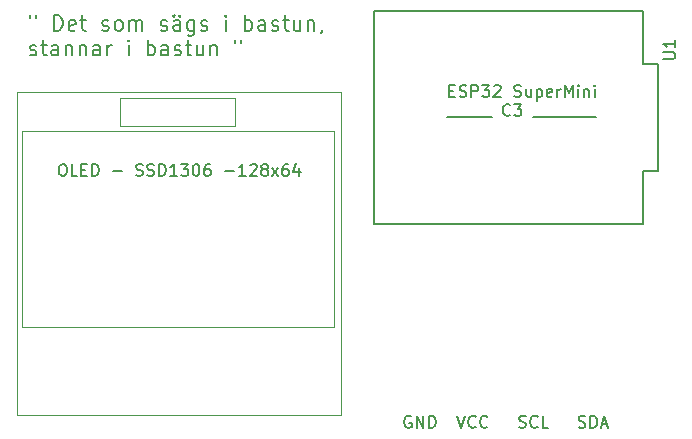
<source format=gbr>
%TF.GenerationSoftware,KiCad,Pcbnew,7.0.8*%
%TF.CreationDate,2025-03-09T22:18:45+01:00*%
%TF.ProjectId,Schematics,53636865-6d61-4746-9963-732e6b696361,rev?*%
%TF.SameCoordinates,Original*%
%TF.FileFunction,Legend,Top*%
%TF.FilePolarity,Positive*%
%FSLAX46Y46*%
G04 Gerber Fmt 4.6, Leading zero omitted, Abs format (unit mm)*
G04 Created by KiCad (PCBNEW 7.0.8) date 2025-03-09 22:18:45*
%MOMM*%
%LPD*%
G01*
G04 APERTURE LIST*
%ADD10C,0.150000*%
%ADD11C,0.180000*%
%ADD12C,0.120000*%
%ADD13C,0.127000*%
G04 APERTURE END LIST*
D10*
X160356779Y-94256009D02*
X160690112Y-94256009D01*
X160832969Y-94779819D02*
X160356779Y-94779819D01*
X160356779Y-94779819D02*
X160356779Y-93779819D01*
X160356779Y-93779819D02*
X160832969Y-93779819D01*
X161213922Y-94732200D02*
X161356779Y-94779819D01*
X161356779Y-94779819D02*
X161594874Y-94779819D01*
X161594874Y-94779819D02*
X161690112Y-94732200D01*
X161690112Y-94732200D02*
X161737731Y-94684580D01*
X161737731Y-94684580D02*
X161785350Y-94589342D01*
X161785350Y-94589342D02*
X161785350Y-94494104D01*
X161785350Y-94494104D02*
X161737731Y-94398866D01*
X161737731Y-94398866D02*
X161690112Y-94351247D01*
X161690112Y-94351247D02*
X161594874Y-94303628D01*
X161594874Y-94303628D02*
X161404398Y-94256009D01*
X161404398Y-94256009D02*
X161309160Y-94208390D01*
X161309160Y-94208390D02*
X161261541Y-94160771D01*
X161261541Y-94160771D02*
X161213922Y-94065533D01*
X161213922Y-94065533D02*
X161213922Y-93970295D01*
X161213922Y-93970295D02*
X161261541Y-93875057D01*
X161261541Y-93875057D02*
X161309160Y-93827438D01*
X161309160Y-93827438D02*
X161404398Y-93779819D01*
X161404398Y-93779819D02*
X161642493Y-93779819D01*
X161642493Y-93779819D02*
X161785350Y-93827438D01*
X162213922Y-94779819D02*
X162213922Y-93779819D01*
X162213922Y-93779819D02*
X162594874Y-93779819D01*
X162594874Y-93779819D02*
X162690112Y-93827438D01*
X162690112Y-93827438D02*
X162737731Y-93875057D01*
X162737731Y-93875057D02*
X162785350Y-93970295D01*
X162785350Y-93970295D02*
X162785350Y-94113152D01*
X162785350Y-94113152D02*
X162737731Y-94208390D01*
X162737731Y-94208390D02*
X162690112Y-94256009D01*
X162690112Y-94256009D02*
X162594874Y-94303628D01*
X162594874Y-94303628D02*
X162213922Y-94303628D01*
X163118684Y-93779819D02*
X163737731Y-93779819D01*
X163737731Y-93779819D02*
X163404398Y-94160771D01*
X163404398Y-94160771D02*
X163547255Y-94160771D01*
X163547255Y-94160771D02*
X163642493Y-94208390D01*
X163642493Y-94208390D02*
X163690112Y-94256009D01*
X163690112Y-94256009D02*
X163737731Y-94351247D01*
X163737731Y-94351247D02*
X163737731Y-94589342D01*
X163737731Y-94589342D02*
X163690112Y-94684580D01*
X163690112Y-94684580D02*
X163642493Y-94732200D01*
X163642493Y-94732200D02*
X163547255Y-94779819D01*
X163547255Y-94779819D02*
X163261541Y-94779819D01*
X163261541Y-94779819D02*
X163166303Y-94732200D01*
X163166303Y-94732200D02*
X163118684Y-94684580D01*
X164118684Y-93875057D02*
X164166303Y-93827438D01*
X164166303Y-93827438D02*
X164261541Y-93779819D01*
X164261541Y-93779819D02*
X164499636Y-93779819D01*
X164499636Y-93779819D02*
X164594874Y-93827438D01*
X164594874Y-93827438D02*
X164642493Y-93875057D01*
X164642493Y-93875057D02*
X164690112Y-93970295D01*
X164690112Y-93970295D02*
X164690112Y-94065533D01*
X164690112Y-94065533D02*
X164642493Y-94208390D01*
X164642493Y-94208390D02*
X164071065Y-94779819D01*
X164071065Y-94779819D02*
X164690112Y-94779819D01*
X165832970Y-94732200D02*
X165975827Y-94779819D01*
X165975827Y-94779819D02*
X166213922Y-94779819D01*
X166213922Y-94779819D02*
X166309160Y-94732200D01*
X166309160Y-94732200D02*
X166356779Y-94684580D01*
X166356779Y-94684580D02*
X166404398Y-94589342D01*
X166404398Y-94589342D02*
X166404398Y-94494104D01*
X166404398Y-94494104D02*
X166356779Y-94398866D01*
X166356779Y-94398866D02*
X166309160Y-94351247D01*
X166309160Y-94351247D02*
X166213922Y-94303628D01*
X166213922Y-94303628D02*
X166023446Y-94256009D01*
X166023446Y-94256009D02*
X165928208Y-94208390D01*
X165928208Y-94208390D02*
X165880589Y-94160771D01*
X165880589Y-94160771D02*
X165832970Y-94065533D01*
X165832970Y-94065533D02*
X165832970Y-93970295D01*
X165832970Y-93970295D02*
X165880589Y-93875057D01*
X165880589Y-93875057D02*
X165928208Y-93827438D01*
X165928208Y-93827438D02*
X166023446Y-93779819D01*
X166023446Y-93779819D02*
X166261541Y-93779819D01*
X166261541Y-93779819D02*
X166404398Y-93827438D01*
X167261541Y-94113152D02*
X167261541Y-94779819D01*
X166832970Y-94113152D02*
X166832970Y-94636961D01*
X166832970Y-94636961D02*
X166880589Y-94732200D01*
X166880589Y-94732200D02*
X166975827Y-94779819D01*
X166975827Y-94779819D02*
X167118684Y-94779819D01*
X167118684Y-94779819D02*
X167213922Y-94732200D01*
X167213922Y-94732200D02*
X167261541Y-94684580D01*
X167737732Y-94113152D02*
X167737732Y-95113152D01*
X167737732Y-94160771D02*
X167832970Y-94113152D01*
X167832970Y-94113152D02*
X168023446Y-94113152D01*
X168023446Y-94113152D02*
X168118684Y-94160771D01*
X168118684Y-94160771D02*
X168166303Y-94208390D01*
X168166303Y-94208390D02*
X168213922Y-94303628D01*
X168213922Y-94303628D02*
X168213922Y-94589342D01*
X168213922Y-94589342D02*
X168166303Y-94684580D01*
X168166303Y-94684580D02*
X168118684Y-94732200D01*
X168118684Y-94732200D02*
X168023446Y-94779819D01*
X168023446Y-94779819D02*
X167832970Y-94779819D01*
X167832970Y-94779819D02*
X167737732Y-94732200D01*
X169023446Y-94732200D02*
X168928208Y-94779819D01*
X168928208Y-94779819D02*
X168737732Y-94779819D01*
X168737732Y-94779819D02*
X168642494Y-94732200D01*
X168642494Y-94732200D02*
X168594875Y-94636961D01*
X168594875Y-94636961D02*
X168594875Y-94256009D01*
X168594875Y-94256009D02*
X168642494Y-94160771D01*
X168642494Y-94160771D02*
X168737732Y-94113152D01*
X168737732Y-94113152D02*
X168928208Y-94113152D01*
X168928208Y-94113152D02*
X169023446Y-94160771D01*
X169023446Y-94160771D02*
X169071065Y-94256009D01*
X169071065Y-94256009D02*
X169071065Y-94351247D01*
X169071065Y-94351247D02*
X168594875Y-94446485D01*
X169499637Y-94779819D02*
X169499637Y-94113152D01*
X169499637Y-94303628D02*
X169547256Y-94208390D01*
X169547256Y-94208390D02*
X169594875Y-94160771D01*
X169594875Y-94160771D02*
X169690113Y-94113152D01*
X169690113Y-94113152D02*
X169785351Y-94113152D01*
X170118685Y-94779819D02*
X170118685Y-93779819D01*
X170118685Y-93779819D02*
X170452018Y-94494104D01*
X170452018Y-94494104D02*
X170785351Y-93779819D01*
X170785351Y-93779819D02*
X170785351Y-94779819D01*
X171261542Y-94779819D02*
X171261542Y-94113152D01*
X171261542Y-93779819D02*
X171213923Y-93827438D01*
X171213923Y-93827438D02*
X171261542Y-93875057D01*
X171261542Y-93875057D02*
X171309161Y-93827438D01*
X171309161Y-93827438D02*
X171261542Y-93779819D01*
X171261542Y-93779819D02*
X171261542Y-93875057D01*
X171737732Y-94113152D02*
X171737732Y-94779819D01*
X171737732Y-94208390D02*
X171785351Y-94160771D01*
X171785351Y-94160771D02*
X171880589Y-94113152D01*
X171880589Y-94113152D02*
X172023446Y-94113152D01*
X172023446Y-94113152D02*
X172118684Y-94160771D01*
X172118684Y-94160771D02*
X172166303Y-94256009D01*
X172166303Y-94256009D02*
X172166303Y-94779819D01*
X172642494Y-94779819D02*
X172642494Y-94113152D01*
X172642494Y-93779819D02*
X172594875Y-93827438D01*
X172594875Y-93827438D02*
X172642494Y-93875057D01*
X172642494Y-93875057D02*
X172690113Y-93827438D01*
X172690113Y-93827438D02*
X172642494Y-93779819D01*
X172642494Y-93779819D02*
X172642494Y-93875057D01*
X160118684Y-96485057D02*
X160880588Y-96485057D01*
X160880589Y-96485057D02*
X161642493Y-96485057D01*
X161642494Y-96485057D02*
X162404398Y-96485057D01*
X162404399Y-96485057D02*
X163166303Y-96485057D01*
X163166304Y-96485057D02*
X163928208Y-96485057D01*
X165499637Y-96294580D02*
X165452018Y-96342200D01*
X165452018Y-96342200D02*
X165309161Y-96389819D01*
X165309161Y-96389819D02*
X165213923Y-96389819D01*
X165213923Y-96389819D02*
X165071066Y-96342200D01*
X165071066Y-96342200D02*
X164975828Y-96246961D01*
X164975828Y-96246961D02*
X164928209Y-96151723D01*
X164928209Y-96151723D02*
X164880590Y-95961247D01*
X164880590Y-95961247D02*
X164880590Y-95818390D01*
X164880590Y-95818390D02*
X164928209Y-95627914D01*
X164928209Y-95627914D02*
X164975828Y-95532676D01*
X164975828Y-95532676D02*
X165071066Y-95437438D01*
X165071066Y-95437438D02*
X165213923Y-95389819D01*
X165213923Y-95389819D02*
X165309161Y-95389819D01*
X165309161Y-95389819D02*
X165452018Y-95437438D01*
X165452018Y-95437438D02*
X165499637Y-95485057D01*
X165832971Y-95389819D02*
X166452018Y-95389819D01*
X166452018Y-95389819D02*
X166118685Y-95770771D01*
X166118685Y-95770771D02*
X166261542Y-95770771D01*
X166261542Y-95770771D02*
X166356780Y-95818390D01*
X166356780Y-95818390D02*
X166404399Y-95866009D01*
X166404399Y-95866009D02*
X166452018Y-95961247D01*
X166452018Y-95961247D02*
X166452018Y-96199342D01*
X166452018Y-96199342D02*
X166404399Y-96294580D01*
X166404399Y-96294580D02*
X166356780Y-96342200D01*
X166356780Y-96342200D02*
X166261542Y-96389819D01*
X166261542Y-96389819D02*
X165975828Y-96389819D01*
X165975828Y-96389819D02*
X165880590Y-96342200D01*
X165880590Y-96342200D02*
X165832971Y-96294580D01*
X167404400Y-96485057D02*
X168166304Y-96485057D01*
X168166305Y-96485057D02*
X168928209Y-96485057D01*
X168928210Y-96485057D02*
X169690114Y-96485057D01*
X169690115Y-96485057D02*
X170452019Y-96485057D01*
X170452020Y-96485057D02*
X171213924Y-96485057D01*
X171213925Y-96485057D02*
X171975829Y-96485057D01*
X171975830Y-96485057D02*
X172737734Y-96485057D01*
X127527255Y-100469819D02*
X127717731Y-100469819D01*
X127717731Y-100469819D02*
X127812969Y-100517438D01*
X127812969Y-100517438D02*
X127908207Y-100612676D01*
X127908207Y-100612676D02*
X127955826Y-100803152D01*
X127955826Y-100803152D02*
X127955826Y-101136485D01*
X127955826Y-101136485D02*
X127908207Y-101326961D01*
X127908207Y-101326961D02*
X127812969Y-101422200D01*
X127812969Y-101422200D02*
X127717731Y-101469819D01*
X127717731Y-101469819D02*
X127527255Y-101469819D01*
X127527255Y-101469819D02*
X127432017Y-101422200D01*
X127432017Y-101422200D02*
X127336779Y-101326961D01*
X127336779Y-101326961D02*
X127289160Y-101136485D01*
X127289160Y-101136485D02*
X127289160Y-100803152D01*
X127289160Y-100803152D02*
X127336779Y-100612676D01*
X127336779Y-100612676D02*
X127432017Y-100517438D01*
X127432017Y-100517438D02*
X127527255Y-100469819D01*
X128860588Y-101469819D02*
X128384398Y-101469819D01*
X128384398Y-101469819D02*
X128384398Y-100469819D01*
X129193922Y-100946009D02*
X129527255Y-100946009D01*
X129670112Y-101469819D02*
X129193922Y-101469819D01*
X129193922Y-101469819D02*
X129193922Y-100469819D01*
X129193922Y-100469819D02*
X129670112Y-100469819D01*
X130098684Y-101469819D02*
X130098684Y-100469819D01*
X130098684Y-100469819D02*
X130336779Y-100469819D01*
X130336779Y-100469819D02*
X130479636Y-100517438D01*
X130479636Y-100517438D02*
X130574874Y-100612676D01*
X130574874Y-100612676D02*
X130622493Y-100707914D01*
X130622493Y-100707914D02*
X130670112Y-100898390D01*
X130670112Y-100898390D02*
X130670112Y-101041247D01*
X130670112Y-101041247D02*
X130622493Y-101231723D01*
X130622493Y-101231723D02*
X130574874Y-101326961D01*
X130574874Y-101326961D02*
X130479636Y-101422200D01*
X130479636Y-101422200D02*
X130336779Y-101469819D01*
X130336779Y-101469819D02*
X130098684Y-101469819D01*
X131860589Y-101088866D02*
X132622494Y-101088866D01*
X133812970Y-101422200D02*
X133955827Y-101469819D01*
X133955827Y-101469819D02*
X134193922Y-101469819D01*
X134193922Y-101469819D02*
X134289160Y-101422200D01*
X134289160Y-101422200D02*
X134336779Y-101374580D01*
X134336779Y-101374580D02*
X134384398Y-101279342D01*
X134384398Y-101279342D02*
X134384398Y-101184104D01*
X134384398Y-101184104D02*
X134336779Y-101088866D01*
X134336779Y-101088866D02*
X134289160Y-101041247D01*
X134289160Y-101041247D02*
X134193922Y-100993628D01*
X134193922Y-100993628D02*
X134003446Y-100946009D01*
X134003446Y-100946009D02*
X133908208Y-100898390D01*
X133908208Y-100898390D02*
X133860589Y-100850771D01*
X133860589Y-100850771D02*
X133812970Y-100755533D01*
X133812970Y-100755533D02*
X133812970Y-100660295D01*
X133812970Y-100660295D02*
X133860589Y-100565057D01*
X133860589Y-100565057D02*
X133908208Y-100517438D01*
X133908208Y-100517438D02*
X134003446Y-100469819D01*
X134003446Y-100469819D02*
X134241541Y-100469819D01*
X134241541Y-100469819D02*
X134384398Y-100517438D01*
X134765351Y-101422200D02*
X134908208Y-101469819D01*
X134908208Y-101469819D02*
X135146303Y-101469819D01*
X135146303Y-101469819D02*
X135241541Y-101422200D01*
X135241541Y-101422200D02*
X135289160Y-101374580D01*
X135289160Y-101374580D02*
X135336779Y-101279342D01*
X135336779Y-101279342D02*
X135336779Y-101184104D01*
X135336779Y-101184104D02*
X135289160Y-101088866D01*
X135289160Y-101088866D02*
X135241541Y-101041247D01*
X135241541Y-101041247D02*
X135146303Y-100993628D01*
X135146303Y-100993628D02*
X134955827Y-100946009D01*
X134955827Y-100946009D02*
X134860589Y-100898390D01*
X134860589Y-100898390D02*
X134812970Y-100850771D01*
X134812970Y-100850771D02*
X134765351Y-100755533D01*
X134765351Y-100755533D02*
X134765351Y-100660295D01*
X134765351Y-100660295D02*
X134812970Y-100565057D01*
X134812970Y-100565057D02*
X134860589Y-100517438D01*
X134860589Y-100517438D02*
X134955827Y-100469819D01*
X134955827Y-100469819D02*
X135193922Y-100469819D01*
X135193922Y-100469819D02*
X135336779Y-100517438D01*
X135765351Y-101469819D02*
X135765351Y-100469819D01*
X135765351Y-100469819D02*
X136003446Y-100469819D01*
X136003446Y-100469819D02*
X136146303Y-100517438D01*
X136146303Y-100517438D02*
X136241541Y-100612676D01*
X136241541Y-100612676D02*
X136289160Y-100707914D01*
X136289160Y-100707914D02*
X136336779Y-100898390D01*
X136336779Y-100898390D02*
X136336779Y-101041247D01*
X136336779Y-101041247D02*
X136289160Y-101231723D01*
X136289160Y-101231723D02*
X136241541Y-101326961D01*
X136241541Y-101326961D02*
X136146303Y-101422200D01*
X136146303Y-101422200D02*
X136003446Y-101469819D01*
X136003446Y-101469819D02*
X135765351Y-101469819D01*
X137289160Y-101469819D02*
X136717732Y-101469819D01*
X137003446Y-101469819D02*
X137003446Y-100469819D01*
X137003446Y-100469819D02*
X136908208Y-100612676D01*
X136908208Y-100612676D02*
X136812970Y-100707914D01*
X136812970Y-100707914D02*
X136717732Y-100755533D01*
X137622494Y-100469819D02*
X138241541Y-100469819D01*
X138241541Y-100469819D02*
X137908208Y-100850771D01*
X137908208Y-100850771D02*
X138051065Y-100850771D01*
X138051065Y-100850771D02*
X138146303Y-100898390D01*
X138146303Y-100898390D02*
X138193922Y-100946009D01*
X138193922Y-100946009D02*
X138241541Y-101041247D01*
X138241541Y-101041247D02*
X138241541Y-101279342D01*
X138241541Y-101279342D02*
X138193922Y-101374580D01*
X138193922Y-101374580D02*
X138146303Y-101422200D01*
X138146303Y-101422200D02*
X138051065Y-101469819D01*
X138051065Y-101469819D02*
X137765351Y-101469819D01*
X137765351Y-101469819D02*
X137670113Y-101422200D01*
X137670113Y-101422200D02*
X137622494Y-101374580D01*
X138860589Y-100469819D02*
X138955827Y-100469819D01*
X138955827Y-100469819D02*
X139051065Y-100517438D01*
X139051065Y-100517438D02*
X139098684Y-100565057D01*
X139098684Y-100565057D02*
X139146303Y-100660295D01*
X139146303Y-100660295D02*
X139193922Y-100850771D01*
X139193922Y-100850771D02*
X139193922Y-101088866D01*
X139193922Y-101088866D02*
X139146303Y-101279342D01*
X139146303Y-101279342D02*
X139098684Y-101374580D01*
X139098684Y-101374580D02*
X139051065Y-101422200D01*
X139051065Y-101422200D02*
X138955827Y-101469819D01*
X138955827Y-101469819D02*
X138860589Y-101469819D01*
X138860589Y-101469819D02*
X138765351Y-101422200D01*
X138765351Y-101422200D02*
X138717732Y-101374580D01*
X138717732Y-101374580D02*
X138670113Y-101279342D01*
X138670113Y-101279342D02*
X138622494Y-101088866D01*
X138622494Y-101088866D02*
X138622494Y-100850771D01*
X138622494Y-100850771D02*
X138670113Y-100660295D01*
X138670113Y-100660295D02*
X138717732Y-100565057D01*
X138717732Y-100565057D02*
X138765351Y-100517438D01*
X138765351Y-100517438D02*
X138860589Y-100469819D01*
X140051065Y-100469819D02*
X139860589Y-100469819D01*
X139860589Y-100469819D02*
X139765351Y-100517438D01*
X139765351Y-100517438D02*
X139717732Y-100565057D01*
X139717732Y-100565057D02*
X139622494Y-100707914D01*
X139622494Y-100707914D02*
X139574875Y-100898390D01*
X139574875Y-100898390D02*
X139574875Y-101279342D01*
X139574875Y-101279342D02*
X139622494Y-101374580D01*
X139622494Y-101374580D02*
X139670113Y-101422200D01*
X139670113Y-101422200D02*
X139765351Y-101469819D01*
X139765351Y-101469819D02*
X139955827Y-101469819D01*
X139955827Y-101469819D02*
X140051065Y-101422200D01*
X140051065Y-101422200D02*
X140098684Y-101374580D01*
X140098684Y-101374580D02*
X140146303Y-101279342D01*
X140146303Y-101279342D02*
X140146303Y-101041247D01*
X140146303Y-101041247D02*
X140098684Y-100946009D01*
X140098684Y-100946009D02*
X140051065Y-100898390D01*
X140051065Y-100898390D02*
X139955827Y-100850771D01*
X139955827Y-100850771D02*
X139765351Y-100850771D01*
X139765351Y-100850771D02*
X139670113Y-100898390D01*
X139670113Y-100898390D02*
X139622494Y-100946009D01*
X139622494Y-100946009D02*
X139574875Y-101041247D01*
X141336780Y-101088866D02*
X142098685Y-101088866D01*
X143098684Y-101469819D02*
X142527256Y-101469819D01*
X142812970Y-101469819D02*
X142812970Y-100469819D01*
X142812970Y-100469819D02*
X142717732Y-100612676D01*
X142717732Y-100612676D02*
X142622494Y-100707914D01*
X142622494Y-100707914D02*
X142527256Y-100755533D01*
X143479637Y-100565057D02*
X143527256Y-100517438D01*
X143527256Y-100517438D02*
X143622494Y-100469819D01*
X143622494Y-100469819D02*
X143860589Y-100469819D01*
X143860589Y-100469819D02*
X143955827Y-100517438D01*
X143955827Y-100517438D02*
X144003446Y-100565057D01*
X144003446Y-100565057D02*
X144051065Y-100660295D01*
X144051065Y-100660295D02*
X144051065Y-100755533D01*
X144051065Y-100755533D02*
X144003446Y-100898390D01*
X144003446Y-100898390D02*
X143432018Y-101469819D01*
X143432018Y-101469819D02*
X144051065Y-101469819D01*
X144622494Y-100898390D02*
X144527256Y-100850771D01*
X144527256Y-100850771D02*
X144479637Y-100803152D01*
X144479637Y-100803152D02*
X144432018Y-100707914D01*
X144432018Y-100707914D02*
X144432018Y-100660295D01*
X144432018Y-100660295D02*
X144479637Y-100565057D01*
X144479637Y-100565057D02*
X144527256Y-100517438D01*
X144527256Y-100517438D02*
X144622494Y-100469819D01*
X144622494Y-100469819D02*
X144812970Y-100469819D01*
X144812970Y-100469819D02*
X144908208Y-100517438D01*
X144908208Y-100517438D02*
X144955827Y-100565057D01*
X144955827Y-100565057D02*
X145003446Y-100660295D01*
X145003446Y-100660295D02*
X145003446Y-100707914D01*
X145003446Y-100707914D02*
X144955827Y-100803152D01*
X144955827Y-100803152D02*
X144908208Y-100850771D01*
X144908208Y-100850771D02*
X144812970Y-100898390D01*
X144812970Y-100898390D02*
X144622494Y-100898390D01*
X144622494Y-100898390D02*
X144527256Y-100946009D01*
X144527256Y-100946009D02*
X144479637Y-100993628D01*
X144479637Y-100993628D02*
X144432018Y-101088866D01*
X144432018Y-101088866D02*
X144432018Y-101279342D01*
X144432018Y-101279342D02*
X144479637Y-101374580D01*
X144479637Y-101374580D02*
X144527256Y-101422200D01*
X144527256Y-101422200D02*
X144622494Y-101469819D01*
X144622494Y-101469819D02*
X144812970Y-101469819D01*
X144812970Y-101469819D02*
X144908208Y-101422200D01*
X144908208Y-101422200D02*
X144955827Y-101374580D01*
X144955827Y-101374580D02*
X145003446Y-101279342D01*
X145003446Y-101279342D02*
X145003446Y-101088866D01*
X145003446Y-101088866D02*
X144955827Y-100993628D01*
X144955827Y-100993628D02*
X144908208Y-100946009D01*
X144908208Y-100946009D02*
X144812970Y-100898390D01*
X145336780Y-101469819D02*
X145860589Y-100803152D01*
X145336780Y-100803152D02*
X145860589Y-101469819D01*
X146670113Y-100469819D02*
X146479637Y-100469819D01*
X146479637Y-100469819D02*
X146384399Y-100517438D01*
X146384399Y-100517438D02*
X146336780Y-100565057D01*
X146336780Y-100565057D02*
X146241542Y-100707914D01*
X146241542Y-100707914D02*
X146193923Y-100898390D01*
X146193923Y-100898390D02*
X146193923Y-101279342D01*
X146193923Y-101279342D02*
X146241542Y-101374580D01*
X146241542Y-101374580D02*
X146289161Y-101422200D01*
X146289161Y-101422200D02*
X146384399Y-101469819D01*
X146384399Y-101469819D02*
X146574875Y-101469819D01*
X146574875Y-101469819D02*
X146670113Y-101422200D01*
X146670113Y-101422200D02*
X146717732Y-101374580D01*
X146717732Y-101374580D02*
X146765351Y-101279342D01*
X146765351Y-101279342D02*
X146765351Y-101041247D01*
X146765351Y-101041247D02*
X146717732Y-100946009D01*
X146717732Y-100946009D02*
X146670113Y-100898390D01*
X146670113Y-100898390D02*
X146574875Y-100850771D01*
X146574875Y-100850771D02*
X146384399Y-100850771D01*
X146384399Y-100850771D02*
X146289161Y-100898390D01*
X146289161Y-100898390D02*
X146241542Y-100946009D01*
X146241542Y-100946009D02*
X146193923Y-101041247D01*
X147622494Y-100803152D02*
X147622494Y-101469819D01*
X147384399Y-100422200D02*
X147146304Y-101136485D01*
X147146304Y-101136485D02*
X147765351Y-101136485D01*
X157100588Y-121837438D02*
X157005350Y-121789819D01*
X157005350Y-121789819D02*
X156862493Y-121789819D01*
X156862493Y-121789819D02*
X156719636Y-121837438D01*
X156719636Y-121837438D02*
X156624398Y-121932676D01*
X156624398Y-121932676D02*
X156576779Y-122027914D01*
X156576779Y-122027914D02*
X156529160Y-122218390D01*
X156529160Y-122218390D02*
X156529160Y-122361247D01*
X156529160Y-122361247D02*
X156576779Y-122551723D01*
X156576779Y-122551723D02*
X156624398Y-122646961D01*
X156624398Y-122646961D02*
X156719636Y-122742200D01*
X156719636Y-122742200D02*
X156862493Y-122789819D01*
X156862493Y-122789819D02*
X156957731Y-122789819D01*
X156957731Y-122789819D02*
X157100588Y-122742200D01*
X157100588Y-122742200D02*
X157148207Y-122694580D01*
X157148207Y-122694580D02*
X157148207Y-122361247D01*
X157148207Y-122361247D02*
X156957731Y-122361247D01*
X157576779Y-122789819D02*
X157576779Y-121789819D01*
X157576779Y-121789819D02*
X158148207Y-122789819D01*
X158148207Y-122789819D02*
X158148207Y-121789819D01*
X158624398Y-122789819D02*
X158624398Y-121789819D01*
X158624398Y-121789819D02*
X158862493Y-121789819D01*
X158862493Y-121789819D02*
X159005350Y-121837438D01*
X159005350Y-121837438D02*
X159100588Y-121932676D01*
X159100588Y-121932676D02*
X159148207Y-122027914D01*
X159148207Y-122027914D02*
X159195826Y-122218390D01*
X159195826Y-122218390D02*
X159195826Y-122361247D01*
X159195826Y-122361247D02*
X159148207Y-122551723D01*
X159148207Y-122551723D02*
X159100588Y-122646961D01*
X159100588Y-122646961D02*
X159005350Y-122742200D01*
X159005350Y-122742200D02*
X158862493Y-122789819D01*
X158862493Y-122789819D02*
X158624398Y-122789819D01*
X161005351Y-121789819D02*
X161338684Y-122789819D01*
X161338684Y-122789819D02*
X161672017Y-121789819D01*
X162576779Y-122694580D02*
X162529160Y-122742200D01*
X162529160Y-122742200D02*
X162386303Y-122789819D01*
X162386303Y-122789819D02*
X162291065Y-122789819D01*
X162291065Y-122789819D02*
X162148208Y-122742200D01*
X162148208Y-122742200D02*
X162052970Y-122646961D01*
X162052970Y-122646961D02*
X162005351Y-122551723D01*
X162005351Y-122551723D02*
X161957732Y-122361247D01*
X161957732Y-122361247D02*
X161957732Y-122218390D01*
X161957732Y-122218390D02*
X162005351Y-122027914D01*
X162005351Y-122027914D02*
X162052970Y-121932676D01*
X162052970Y-121932676D02*
X162148208Y-121837438D01*
X162148208Y-121837438D02*
X162291065Y-121789819D01*
X162291065Y-121789819D02*
X162386303Y-121789819D01*
X162386303Y-121789819D02*
X162529160Y-121837438D01*
X162529160Y-121837438D02*
X162576779Y-121885057D01*
X163576779Y-122694580D02*
X163529160Y-122742200D01*
X163529160Y-122742200D02*
X163386303Y-122789819D01*
X163386303Y-122789819D02*
X163291065Y-122789819D01*
X163291065Y-122789819D02*
X163148208Y-122742200D01*
X163148208Y-122742200D02*
X163052970Y-122646961D01*
X163052970Y-122646961D02*
X163005351Y-122551723D01*
X163005351Y-122551723D02*
X162957732Y-122361247D01*
X162957732Y-122361247D02*
X162957732Y-122218390D01*
X162957732Y-122218390D02*
X163005351Y-122027914D01*
X163005351Y-122027914D02*
X163052970Y-121932676D01*
X163052970Y-121932676D02*
X163148208Y-121837438D01*
X163148208Y-121837438D02*
X163291065Y-121789819D01*
X163291065Y-121789819D02*
X163386303Y-121789819D01*
X163386303Y-121789819D02*
X163529160Y-121837438D01*
X163529160Y-121837438D02*
X163576779Y-121885057D01*
X166243447Y-122742200D02*
X166386304Y-122789819D01*
X166386304Y-122789819D02*
X166624399Y-122789819D01*
X166624399Y-122789819D02*
X166719637Y-122742200D01*
X166719637Y-122742200D02*
X166767256Y-122694580D01*
X166767256Y-122694580D02*
X166814875Y-122599342D01*
X166814875Y-122599342D02*
X166814875Y-122504104D01*
X166814875Y-122504104D02*
X166767256Y-122408866D01*
X166767256Y-122408866D02*
X166719637Y-122361247D01*
X166719637Y-122361247D02*
X166624399Y-122313628D01*
X166624399Y-122313628D02*
X166433923Y-122266009D01*
X166433923Y-122266009D02*
X166338685Y-122218390D01*
X166338685Y-122218390D02*
X166291066Y-122170771D01*
X166291066Y-122170771D02*
X166243447Y-122075533D01*
X166243447Y-122075533D02*
X166243447Y-121980295D01*
X166243447Y-121980295D02*
X166291066Y-121885057D01*
X166291066Y-121885057D02*
X166338685Y-121837438D01*
X166338685Y-121837438D02*
X166433923Y-121789819D01*
X166433923Y-121789819D02*
X166672018Y-121789819D01*
X166672018Y-121789819D02*
X166814875Y-121837438D01*
X167814875Y-122694580D02*
X167767256Y-122742200D01*
X167767256Y-122742200D02*
X167624399Y-122789819D01*
X167624399Y-122789819D02*
X167529161Y-122789819D01*
X167529161Y-122789819D02*
X167386304Y-122742200D01*
X167386304Y-122742200D02*
X167291066Y-122646961D01*
X167291066Y-122646961D02*
X167243447Y-122551723D01*
X167243447Y-122551723D02*
X167195828Y-122361247D01*
X167195828Y-122361247D02*
X167195828Y-122218390D01*
X167195828Y-122218390D02*
X167243447Y-122027914D01*
X167243447Y-122027914D02*
X167291066Y-121932676D01*
X167291066Y-121932676D02*
X167386304Y-121837438D01*
X167386304Y-121837438D02*
X167529161Y-121789819D01*
X167529161Y-121789819D02*
X167624399Y-121789819D01*
X167624399Y-121789819D02*
X167767256Y-121837438D01*
X167767256Y-121837438D02*
X167814875Y-121885057D01*
X168719637Y-122789819D02*
X168243447Y-122789819D01*
X168243447Y-122789819D02*
X168243447Y-121789819D01*
X171291067Y-122742200D02*
X171433924Y-122789819D01*
X171433924Y-122789819D02*
X171672019Y-122789819D01*
X171672019Y-122789819D02*
X171767257Y-122742200D01*
X171767257Y-122742200D02*
X171814876Y-122694580D01*
X171814876Y-122694580D02*
X171862495Y-122599342D01*
X171862495Y-122599342D02*
X171862495Y-122504104D01*
X171862495Y-122504104D02*
X171814876Y-122408866D01*
X171814876Y-122408866D02*
X171767257Y-122361247D01*
X171767257Y-122361247D02*
X171672019Y-122313628D01*
X171672019Y-122313628D02*
X171481543Y-122266009D01*
X171481543Y-122266009D02*
X171386305Y-122218390D01*
X171386305Y-122218390D02*
X171338686Y-122170771D01*
X171338686Y-122170771D02*
X171291067Y-122075533D01*
X171291067Y-122075533D02*
X171291067Y-121980295D01*
X171291067Y-121980295D02*
X171338686Y-121885057D01*
X171338686Y-121885057D02*
X171386305Y-121837438D01*
X171386305Y-121837438D02*
X171481543Y-121789819D01*
X171481543Y-121789819D02*
X171719638Y-121789819D01*
X171719638Y-121789819D02*
X171862495Y-121837438D01*
X172291067Y-122789819D02*
X172291067Y-121789819D01*
X172291067Y-121789819D02*
X172529162Y-121789819D01*
X172529162Y-121789819D02*
X172672019Y-121837438D01*
X172672019Y-121837438D02*
X172767257Y-121932676D01*
X172767257Y-121932676D02*
X172814876Y-122027914D01*
X172814876Y-122027914D02*
X172862495Y-122218390D01*
X172862495Y-122218390D02*
X172862495Y-122361247D01*
X172862495Y-122361247D02*
X172814876Y-122551723D01*
X172814876Y-122551723D02*
X172767257Y-122646961D01*
X172767257Y-122646961D02*
X172672019Y-122742200D01*
X172672019Y-122742200D02*
X172529162Y-122789819D01*
X172529162Y-122789819D02*
X172291067Y-122789819D01*
X173243448Y-122504104D02*
X173719638Y-122504104D01*
X173148210Y-122789819D02*
X173481543Y-121789819D01*
X173481543Y-121789819D02*
X173814876Y-122789819D01*
D11*
X124826040Y-87878544D02*
X124826040Y-88126163D01*
X125321278Y-87878544D02*
X125321278Y-88126163D01*
X126868896Y-89178544D02*
X126868896Y-87878544D01*
X126868896Y-87878544D02*
X127178420Y-87878544D01*
X127178420Y-87878544D02*
X127364134Y-87940449D01*
X127364134Y-87940449D02*
X127487944Y-88064259D01*
X127487944Y-88064259D02*
X127549849Y-88188068D01*
X127549849Y-88188068D02*
X127611753Y-88435687D01*
X127611753Y-88435687D02*
X127611753Y-88621401D01*
X127611753Y-88621401D02*
X127549849Y-88869020D01*
X127549849Y-88869020D02*
X127487944Y-88992830D01*
X127487944Y-88992830D02*
X127364134Y-89116640D01*
X127364134Y-89116640D02*
X127178420Y-89178544D01*
X127178420Y-89178544D02*
X126868896Y-89178544D01*
X128664134Y-89116640D02*
X128540325Y-89178544D01*
X128540325Y-89178544D02*
X128292706Y-89178544D01*
X128292706Y-89178544D02*
X128168896Y-89116640D01*
X128168896Y-89116640D02*
X128106992Y-88992830D01*
X128106992Y-88992830D02*
X128106992Y-88497592D01*
X128106992Y-88497592D02*
X128168896Y-88373782D01*
X128168896Y-88373782D02*
X128292706Y-88311878D01*
X128292706Y-88311878D02*
X128540325Y-88311878D01*
X128540325Y-88311878D02*
X128664134Y-88373782D01*
X128664134Y-88373782D02*
X128726039Y-88497592D01*
X128726039Y-88497592D02*
X128726039Y-88621401D01*
X128726039Y-88621401D02*
X128106992Y-88745211D01*
X129097468Y-88311878D02*
X129592706Y-88311878D01*
X129283182Y-87878544D02*
X129283182Y-88992830D01*
X129283182Y-88992830D02*
X129345087Y-89116640D01*
X129345087Y-89116640D02*
X129468897Y-89178544D01*
X129468897Y-89178544D02*
X129592706Y-89178544D01*
X130954611Y-89116640D02*
X131078420Y-89178544D01*
X131078420Y-89178544D02*
X131326039Y-89178544D01*
X131326039Y-89178544D02*
X131449849Y-89116640D01*
X131449849Y-89116640D02*
X131511753Y-88992830D01*
X131511753Y-88992830D02*
X131511753Y-88930925D01*
X131511753Y-88930925D02*
X131449849Y-88807116D01*
X131449849Y-88807116D02*
X131326039Y-88745211D01*
X131326039Y-88745211D02*
X131140325Y-88745211D01*
X131140325Y-88745211D02*
X131016515Y-88683306D01*
X131016515Y-88683306D02*
X130954611Y-88559497D01*
X130954611Y-88559497D02*
X130954611Y-88497592D01*
X130954611Y-88497592D02*
X131016515Y-88373782D01*
X131016515Y-88373782D02*
X131140325Y-88311878D01*
X131140325Y-88311878D02*
X131326039Y-88311878D01*
X131326039Y-88311878D02*
X131449849Y-88373782D01*
X132254611Y-89178544D02*
X132130801Y-89116640D01*
X132130801Y-89116640D02*
X132068896Y-89054735D01*
X132068896Y-89054735D02*
X132006992Y-88930925D01*
X132006992Y-88930925D02*
X132006992Y-88559497D01*
X132006992Y-88559497D02*
X132068896Y-88435687D01*
X132068896Y-88435687D02*
X132130801Y-88373782D01*
X132130801Y-88373782D02*
X132254611Y-88311878D01*
X132254611Y-88311878D02*
X132440325Y-88311878D01*
X132440325Y-88311878D02*
X132564134Y-88373782D01*
X132564134Y-88373782D02*
X132626039Y-88435687D01*
X132626039Y-88435687D02*
X132687944Y-88559497D01*
X132687944Y-88559497D02*
X132687944Y-88930925D01*
X132687944Y-88930925D02*
X132626039Y-89054735D01*
X132626039Y-89054735D02*
X132564134Y-89116640D01*
X132564134Y-89116640D02*
X132440325Y-89178544D01*
X132440325Y-89178544D02*
X132254611Y-89178544D01*
X133245086Y-89178544D02*
X133245086Y-88311878D01*
X133245086Y-88435687D02*
X133306991Y-88373782D01*
X133306991Y-88373782D02*
X133430801Y-88311878D01*
X133430801Y-88311878D02*
X133616515Y-88311878D01*
X133616515Y-88311878D02*
X133740324Y-88373782D01*
X133740324Y-88373782D02*
X133802229Y-88497592D01*
X133802229Y-88497592D02*
X133802229Y-89178544D01*
X133802229Y-88497592D02*
X133864134Y-88373782D01*
X133864134Y-88373782D02*
X133987943Y-88311878D01*
X133987943Y-88311878D02*
X134173658Y-88311878D01*
X134173658Y-88311878D02*
X134297467Y-88373782D01*
X134297467Y-88373782D02*
X134359372Y-88497592D01*
X134359372Y-88497592D02*
X134359372Y-89178544D01*
X135906991Y-89116640D02*
X136030800Y-89178544D01*
X136030800Y-89178544D02*
X136278419Y-89178544D01*
X136278419Y-89178544D02*
X136402229Y-89116640D01*
X136402229Y-89116640D02*
X136464133Y-88992830D01*
X136464133Y-88992830D02*
X136464133Y-88930925D01*
X136464133Y-88930925D02*
X136402229Y-88807116D01*
X136402229Y-88807116D02*
X136278419Y-88745211D01*
X136278419Y-88745211D02*
X136092705Y-88745211D01*
X136092705Y-88745211D02*
X135968895Y-88683306D01*
X135968895Y-88683306D02*
X135906991Y-88559497D01*
X135906991Y-88559497D02*
X135906991Y-88497592D01*
X135906991Y-88497592D02*
X135968895Y-88373782D01*
X135968895Y-88373782D02*
X136092705Y-88311878D01*
X136092705Y-88311878D02*
X136278419Y-88311878D01*
X136278419Y-88311878D02*
X136402229Y-88373782D01*
X137578419Y-89178544D02*
X137578419Y-88497592D01*
X137578419Y-88497592D02*
X137516514Y-88373782D01*
X137516514Y-88373782D02*
X137392705Y-88311878D01*
X137392705Y-88311878D02*
X137145086Y-88311878D01*
X137145086Y-88311878D02*
X137021276Y-88373782D01*
X137578419Y-89116640D02*
X137454610Y-89178544D01*
X137454610Y-89178544D02*
X137145086Y-89178544D01*
X137145086Y-89178544D02*
X137021276Y-89116640D01*
X137021276Y-89116640D02*
X136959372Y-88992830D01*
X136959372Y-88992830D02*
X136959372Y-88869020D01*
X136959372Y-88869020D02*
X137021276Y-88745211D01*
X137021276Y-88745211D02*
X137145086Y-88683306D01*
X137145086Y-88683306D02*
X137454610Y-88683306D01*
X137454610Y-88683306D02*
X137578419Y-88621401D01*
X137021276Y-87878544D02*
X137083181Y-87940449D01*
X137083181Y-87940449D02*
X137021276Y-88002354D01*
X137021276Y-88002354D02*
X136959372Y-87940449D01*
X136959372Y-87940449D02*
X137021276Y-87878544D01*
X137021276Y-87878544D02*
X137021276Y-88002354D01*
X137516514Y-87878544D02*
X137578419Y-87940449D01*
X137578419Y-87940449D02*
X137516514Y-88002354D01*
X137516514Y-88002354D02*
X137454610Y-87940449D01*
X137454610Y-87940449D02*
X137516514Y-87878544D01*
X137516514Y-87878544D02*
X137516514Y-88002354D01*
X138754609Y-88311878D02*
X138754609Y-89364259D01*
X138754609Y-89364259D02*
X138692704Y-89488068D01*
X138692704Y-89488068D02*
X138630800Y-89549973D01*
X138630800Y-89549973D02*
X138506990Y-89611878D01*
X138506990Y-89611878D02*
X138321276Y-89611878D01*
X138321276Y-89611878D02*
X138197466Y-89549973D01*
X138754609Y-89116640D02*
X138630800Y-89178544D01*
X138630800Y-89178544D02*
X138383181Y-89178544D01*
X138383181Y-89178544D02*
X138259371Y-89116640D01*
X138259371Y-89116640D02*
X138197466Y-89054735D01*
X138197466Y-89054735D02*
X138135562Y-88930925D01*
X138135562Y-88930925D02*
X138135562Y-88559497D01*
X138135562Y-88559497D02*
X138197466Y-88435687D01*
X138197466Y-88435687D02*
X138259371Y-88373782D01*
X138259371Y-88373782D02*
X138383181Y-88311878D01*
X138383181Y-88311878D02*
X138630800Y-88311878D01*
X138630800Y-88311878D02*
X138754609Y-88373782D01*
X139311752Y-89116640D02*
X139435561Y-89178544D01*
X139435561Y-89178544D02*
X139683180Y-89178544D01*
X139683180Y-89178544D02*
X139806990Y-89116640D01*
X139806990Y-89116640D02*
X139868894Y-88992830D01*
X139868894Y-88992830D02*
X139868894Y-88930925D01*
X139868894Y-88930925D02*
X139806990Y-88807116D01*
X139806990Y-88807116D02*
X139683180Y-88745211D01*
X139683180Y-88745211D02*
X139497466Y-88745211D01*
X139497466Y-88745211D02*
X139373656Y-88683306D01*
X139373656Y-88683306D02*
X139311752Y-88559497D01*
X139311752Y-88559497D02*
X139311752Y-88497592D01*
X139311752Y-88497592D02*
X139373656Y-88373782D01*
X139373656Y-88373782D02*
X139497466Y-88311878D01*
X139497466Y-88311878D02*
X139683180Y-88311878D01*
X139683180Y-88311878D02*
X139806990Y-88373782D01*
X141416513Y-89178544D02*
X141416513Y-88311878D01*
X141416513Y-87878544D02*
X141354609Y-87940449D01*
X141354609Y-87940449D02*
X141416513Y-88002354D01*
X141416513Y-88002354D02*
X141478418Y-87940449D01*
X141478418Y-87940449D02*
X141416513Y-87878544D01*
X141416513Y-87878544D02*
X141416513Y-88002354D01*
X143026037Y-89178544D02*
X143026037Y-87878544D01*
X143026037Y-88373782D02*
X143149847Y-88311878D01*
X143149847Y-88311878D02*
X143397466Y-88311878D01*
X143397466Y-88311878D02*
X143521275Y-88373782D01*
X143521275Y-88373782D02*
X143583180Y-88435687D01*
X143583180Y-88435687D02*
X143645085Y-88559497D01*
X143645085Y-88559497D02*
X143645085Y-88930925D01*
X143645085Y-88930925D02*
X143583180Y-89054735D01*
X143583180Y-89054735D02*
X143521275Y-89116640D01*
X143521275Y-89116640D02*
X143397466Y-89178544D01*
X143397466Y-89178544D02*
X143149847Y-89178544D01*
X143149847Y-89178544D02*
X143026037Y-89116640D01*
X144759370Y-89178544D02*
X144759370Y-88497592D01*
X144759370Y-88497592D02*
X144697465Y-88373782D01*
X144697465Y-88373782D02*
X144573656Y-88311878D01*
X144573656Y-88311878D02*
X144326037Y-88311878D01*
X144326037Y-88311878D02*
X144202227Y-88373782D01*
X144759370Y-89116640D02*
X144635561Y-89178544D01*
X144635561Y-89178544D02*
X144326037Y-89178544D01*
X144326037Y-89178544D02*
X144202227Y-89116640D01*
X144202227Y-89116640D02*
X144140323Y-88992830D01*
X144140323Y-88992830D02*
X144140323Y-88869020D01*
X144140323Y-88869020D02*
X144202227Y-88745211D01*
X144202227Y-88745211D02*
X144326037Y-88683306D01*
X144326037Y-88683306D02*
X144635561Y-88683306D01*
X144635561Y-88683306D02*
X144759370Y-88621401D01*
X145316513Y-89116640D02*
X145440322Y-89178544D01*
X145440322Y-89178544D02*
X145687941Y-89178544D01*
X145687941Y-89178544D02*
X145811751Y-89116640D01*
X145811751Y-89116640D02*
X145873655Y-88992830D01*
X145873655Y-88992830D02*
X145873655Y-88930925D01*
X145873655Y-88930925D02*
X145811751Y-88807116D01*
X145811751Y-88807116D02*
X145687941Y-88745211D01*
X145687941Y-88745211D02*
X145502227Y-88745211D01*
X145502227Y-88745211D02*
X145378417Y-88683306D01*
X145378417Y-88683306D02*
X145316513Y-88559497D01*
X145316513Y-88559497D02*
X145316513Y-88497592D01*
X145316513Y-88497592D02*
X145378417Y-88373782D01*
X145378417Y-88373782D02*
X145502227Y-88311878D01*
X145502227Y-88311878D02*
X145687941Y-88311878D01*
X145687941Y-88311878D02*
X145811751Y-88373782D01*
X146245084Y-88311878D02*
X146740322Y-88311878D01*
X146430798Y-87878544D02*
X146430798Y-88992830D01*
X146430798Y-88992830D02*
X146492703Y-89116640D01*
X146492703Y-89116640D02*
X146616513Y-89178544D01*
X146616513Y-89178544D02*
X146740322Y-89178544D01*
X147730798Y-88311878D02*
X147730798Y-89178544D01*
X147173655Y-88311878D02*
X147173655Y-88992830D01*
X147173655Y-88992830D02*
X147235560Y-89116640D01*
X147235560Y-89116640D02*
X147359370Y-89178544D01*
X147359370Y-89178544D02*
X147545084Y-89178544D01*
X147545084Y-89178544D02*
X147668893Y-89116640D01*
X147668893Y-89116640D02*
X147730798Y-89054735D01*
X148349845Y-88311878D02*
X148349845Y-89178544D01*
X148349845Y-88435687D02*
X148411750Y-88373782D01*
X148411750Y-88373782D02*
X148535560Y-88311878D01*
X148535560Y-88311878D02*
X148721274Y-88311878D01*
X148721274Y-88311878D02*
X148845083Y-88373782D01*
X148845083Y-88373782D02*
X148906988Y-88497592D01*
X148906988Y-88497592D02*
X148906988Y-89178544D01*
X149587940Y-89116640D02*
X149587940Y-89178544D01*
X149587940Y-89178544D02*
X149526035Y-89302354D01*
X149526035Y-89302354D02*
X149464131Y-89364259D01*
X124826040Y-91209640D02*
X124949849Y-91271544D01*
X124949849Y-91271544D02*
X125197468Y-91271544D01*
X125197468Y-91271544D02*
X125321278Y-91209640D01*
X125321278Y-91209640D02*
X125383182Y-91085830D01*
X125383182Y-91085830D02*
X125383182Y-91023925D01*
X125383182Y-91023925D02*
X125321278Y-90900116D01*
X125321278Y-90900116D02*
X125197468Y-90838211D01*
X125197468Y-90838211D02*
X125011754Y-90838211D01*
X125011754Y-90838211D02*
X124887944Y-90776306D01*
X124887944Y-90776306D02*
X124826040Y-90652497D01*
X124826040Y-90652497D02*
X124826040Y-90590592D01*
X124826040Y-90590592D02*
X124887944Y-90466782D01*
X124887944Y-90466782D02*
X125011754Y-90404878D01*
X125011754Y-90404878D02*
X125197468Y-90404878D01*
X125197468Y-90404878D02*
X125321278Y-90466782D01*
X125754611Y-90404878D02*
X126249849Y-90404878D01*
X125940325Y-89971544D02*
X125940325Y-91085830D01*
X125940325Y-91085830D02*
X126002230Y-91209640D01*
X126002230Y-91209640D02*
X126126040Y-91271544D01*
X126126040Y-91271544D02*
X126249849Y-91271544D01*
X127240325Y-91271544D02*
X127240325Y-90590592D01*
X127240325Y-90590592D02*
X127178420Y-90466782D01*
X127178420Y-90466782D02*
X127054611Y-90404878D01*
X127054611Y-90404878D02*
X126806992Y-90404878D01*
X126806992Y-90404878D02*
X126683182Y-90466782D01*
X127240325Y-91209640D02*
X127116516Y-91271544D01*
X127116516Y-91271544D02*
X126806992Y-91271544D01*
X126806992Y-91271544D02*
X126683182Y-91209640D01*
X126683182Y-91209640D02*
X126621278Y-91085830D01*
X126621278Y-91085830D02*
X126621278Y-90962020D01*
X126621278Y-90962020D02*
X126683182Y-90838211D01*
X126683182Y-90838211D02*
X126806992Y-90776306D01*
X126806992Y-90776306D02*
X127116516Y-90776306D01*
X127116516Y-90776306D02*
X127240325Y-90714401D01*
X127859372Y-90404878D02*
X127859372Y-91271544D01*
X127859372Y-90528687D02*
X127921277Y-90466782D01*
X127921277Y-90466782D02*
X128045087Y-90404878D01*
X128045087Y-90404878D02*
X128230801Y-90404878D01*
X128230801Y-90404878D02*
X128354610Y-90466782D01*
X128354610Y-90466782D02*
X128416515Y-90590592D01*
X128416515Y-90590592D02*
X128416515Y-91271544D01*
X129035562Y-90404878D02*
X129035562Y-91271544D01*
X129035562Y-90528687D02*
X129097467Y-90466782D01*
X129097467Y-90466782D02*
X129221277Y-90404878D01*
X129221277Y-90404878D02*
X129406991Y-90404878D01*
X129406991Y-90404878D02*
X129530800Y-90466782D01*
X129530800Y-90466782D02*
X129592705Y-90590592D01*
X129592705Y-90590592D02*
X129592705Y-91271544D01*
X130768895Y-91271544D02*
X130768895Y-90590592D01*
X130768895Y-90590592D02*
X130706990Y-90466782D01*
X130706990Y-90466782D02*
X130583181Y-90404878D01*
X130583181Y-90404878D02*
X130335562Y-90404878D01*
X130335562Y-90404878D02*
X130211752Y-90466782D01*
X130768895Y-91209640D02*
X130645086Y-91271544D01*
X130645086Y-91271544D02*
X130335562Y-91271544D01*
X130335562Y-91271544D02*
X130211752Y-91209640D01*
X130211752Y-91209640D02*
X130149848Y-91085830D01*
X130149848Y-91085830D02*
X130149848Y-90962020D01*
X130149848Y-90962020D02*
X130211752Y-90838211D01*
X130211752Y-90838211D02*
X130335562Y-90776306D01*
X130335562Y-90776306D02*
X130645086Y-90776306D01*
X130645086Y-90776306D02*
X130768895Y-90714401D01*
X131387942Y-91271544D02*
X131387942Y-90404878D01*
X131387942Y-90652497D02*
X131449847Y-90528687D01*
X131449847Y-90528687D02*
X131511752Y-90466782D01*
X131511752Y-90466782D02*
X131635561Y-90404878D01*
X131635561Y-90404878D02*
X131759371Y-90404878D01*
X133183180Y-91271544D02*
X133183180Y-90404878D01*
X133183180Y-89971544D02*
X133121276Y-90033449D01*
X133121276Y-90033449D02*
X133183180Y-90095354D01*
X133183180Y-90095354D02*
X133245085Y-90033449D01*
X133245085Y-90033449D02*
X133183180Y-89971544D01*
X133183180Y-89971544D02*
X133183180Y-90095354D01*
X134792704Y-91271544D02*
X134792704Y-89971544D01*
X134792704Y-90466782D02*
X134916514Y-90404878D01*
X134916514Y-90404878D02*
X135164133Y-90404878D01*
X135164133Y-90404878D02*
X135287942Y-90466782D01*
X135287942Y-90466782D02*
X135349847Y-90528687D01*
X135349847Y-90528687D02*
X135411752Y-90652497D01*
X135411752Y-90652497D02*
X135411752Y-91023925D01*
X135411752Y-91023925D02*
X135349847Y-91147735D01*
X135349847Y-91147735D02*
X135287942Y-91209640D01*
X135287942Y-91209640D02*
X135164133Y-91271544D01*
X135164133Y-91271544D02*
X134916514Y-91271544D01*
X134916514Y-91271544D02*
X134792704Y-91209640D01*
X136526037Y-91271544D02*
X136526037Y-90590592D01*
X136526037Y-90590592D02*
X136464132Y-90466782D01*
X136464132Y-90466782D02*
X136340323Y-90404878D01*
X136340323Y-90404878D02*
X136092704Y-90404878D01*
X136092704Y-90404878D02*
X135968894Y-90466782D01*
X136526037Y-91209640D02*
X136402228Y-91271544D01*
X136402228Y-91271544D02*
X136092704Y-91271544D01*
X136092704Y-91271544D02*
X135968894Y-91209640D01*
X135968894Y-91209640D02*
X135906990Y-91085830D01*
X135906990Y-91085830D02*
X135906990Y-90962020D01*
X135906990Y-90962020D02*
X135968894Y-90838211D01*
X135968894Y-90838211D02*
X136092704Y-90776306D01*
X136092704Y-90776306D02*
X136402228Y-90776306D01*
X136402228Y-90776306D02*
X136526037Y-90714401D01*
X137083180Y-91209640D02*
X137206989Y-91271544D01*
X137206989Y-91271544D02*
X137454608Y-91271544D01*
X137454608Y-91271544D02*
X137578418Y-91209640D01*
X137578418Y-91209640D02*
X137640322Y-91085830D01*
X137640322Y-91085830D02*
X137640322Y-91023925D01*
X137640322Y-91023925D02*
X137578418Y-90900116D01*
X137578418Y-90900116D02*
X137454608Y-90838211D01*
X137454608Y-90838211D02*
X137268894Y-90838211D01*
X137268894Y-90838211D02*
X137145084Y-90776306D01*
X137145084Y-90776306D02*
X137083180Y-90652497D01*
X137083180Y-90652497D02*
X137083180Y-90590592D01*
X137083180Y-90590592D02*
X137145084Y-90466782D01*
X137145084Y-90466782D02*
X137268894Y-90404878D01*
X137268894Y-90404878D02*
X137454608Y-90404878D01*
X137454608Y-90404878D02*
X137578418Y-90466782D01*
X138011751Y-90404878D02*
X138506989Y-90404878D01*
X138197465Y-89971544D02*
X138197465Y-91085830D01*
X138197465Y-91085830D02*
X138259370Y-91209640D01*
X138259370Y-91209640D02*
X138383180Y-91271544D01*
X138383180Y-91271544D02*
X138506989Y-91271544D01*
X139497465Y-90404878D02*
X139497465Y-91271544D01*
X138940322Y-90404878D02*
X138940322Y-91085830D01*
X138940322Y-91085830D02*
X139002227Y-91209640D01*
X139002227Y-91209640D02*
X139126037Y-91271544D01*
X139126037Y-91271544D02*
X139311751Y-91271544D01*
X139311751Y-91271544D02*
X139435560Y-91209640D01*
X139435560Y-91209640D02*
X139497465Y-91147735D01*
X140116512Y-90404878D02*
X140116512Y-91271544D01*
X140116512Y-90528687D02*
X140178417Y-90466782D01*
X140178417Y-90466782D02*
X140302227Y-90404878D01*
X140302227Y-90404878D02*
X140487941Y-90404878D01*
X140487941Y-90404878D02*
X140611750Y-90466782D01*
X140611750Y-90466782D02*
X140673655Y-90590592D01*
X140673655Y-90590592D02*
X140673655Y-91271544D01*
X142221274Y-89971544D02*
X142221274Y-90219163D01*
X142716512Y-89971544D02*
X142716512Y-90219163D01*
D10*
X178467319Y-91566904D02*
X179276842Y-91566904D01*
X179276842Y-91566904D02*
X179372080Y-91519285D01*
X179372080Y-91519285D02*
X179419700Y-91471666D01*
X179419700Y-91471666D02*
X179467319Y-91376428D01*
X179467319Y-91376428D02*
X179467319Y-91185952D01*
X179467319Y-91185952D02*
X179419700Y-91090714D01*
X179419700Y-91090714D02*
X179372080Y-91043095D01*
X179372080Y-91043095D02*
X179276842Y-90995476D01*
X179276842Y-90995476D02*
X178467319Y-90995476D01*
X179467319Y-89995476D02*
X179467319Y-90566904D01*
X179467319Y-90281190D02*
X178467319Y-90281190D01*
X178467319Y-90281190D02*
X178610176Y-90376428D01*
X178610176Y-90376428D02*
X178705414Y-90471666D01*
X178705414Y-90471666D02*
X178753033Y-90566904D01*
D12*
%TO.C,Display1*%
X123760000Y-94380000D02*
X151160000Y-94380000D01*
X151160000Y-94380000D02*
X151160000Y-121680000D01*
X151160000Y-121680000D02*
X123760000Y-121680000D01*
X123760000Y-121680000D02*
X123760000Y-94380000D01*
X147282000Y-114275000D02*
X124182000Y-114275000D01*
X124182000Y-114275000D02*
X124182000Y-97675000D01*
X124182000Y-97675000D02*
X147282000Y-97675000D01*
X132461000Y-94869000D02*
X142240000Y-94869000D01*
X142240000Y-94869000D02*
X142240000Y-97282000D01*
X142240000Y-97282000D02*
X132461000Y-97282000D01*
X132461000Y-94869000D02*
X132461000Y-97282000D01*
X147282000Y-97675000D02*
X150368000Y-97675000D01*
X147282000Y-114275000D02*
X150622000Y-114300000D01*
X150622000Y-114300000D02*
X150622000Y-97663000D01*
X150622000Y-97663000D02*
X150368000Y-97675000D01*
D13*
%TO.C,U1*%
X176710000Y-92020000D02*
X176710000Y-87520000D01*
X178010000Y-92020000D02*
X176710000Y-92020000D01*
X178010000Y-101020000D02*
X176710000Y-101020000D01*
X178010000Y-101020000D02*
X178010000Y-92020000D01*
X154010000Y-87520000D02*
X176710000Y-87520000D01*
X176710000Y-105520000D02*
X176710000Y-101020000D01*
X154010000Y-105520000D02*
X176710000Y-105520000D01*
X154010000Y-105520000D02*
X154010000Y-87520000D01*
%TD*%
M02*

</source>
